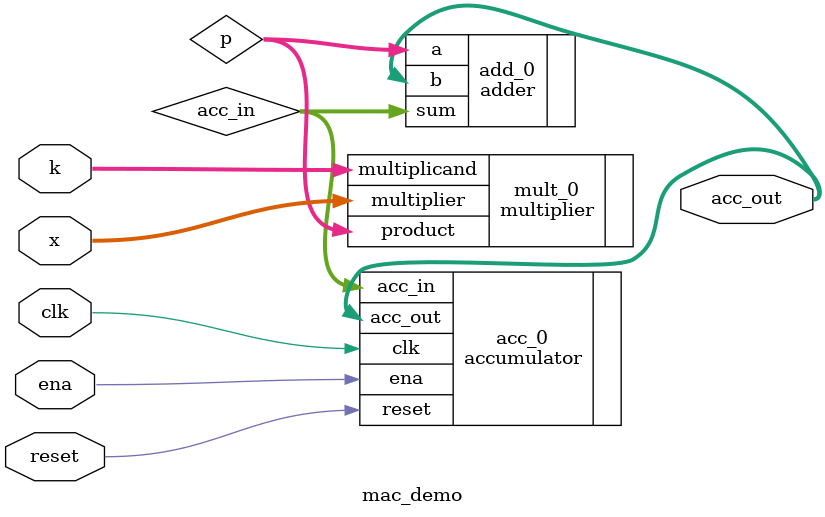
<source format=v>

`define  MAC_WID    16

module mac_demo(input    clk, 
           input    reset, 
           input    ena,
   	   input    signed [`MAC_WID-1 : 0] k,
           input    signed [`MAC_WID-1 : 0] x,   
           output   signed [2 * `MAC_WID - 1 : 0] acc_out
          ) ;

           wire     signed [2 * `MAC_WID - 1 : 0] p ;
           wire     signed [2 * `MAC_WID - 1 : 0] acc_in ;

// Instantiate the multiplier

   multiplier  #(.width(`MAC_WID)) mult_0(.multiplicand(k),
                                          .multiplier(x),
                       			  .product(p)
                			  ) ;

// Instantiate the adder

   adder     #(.width(2*`MAC_WID)) add_0(.a(p),
                			 .b(acc_out),
                			 .sum(acc_in)
               				) ;

// Instantiate the accumulator register

   accumulator  #(.width(2*`MAC_WID))  acc_0(.clk(clk),
                   			     .reset(reset),
                   			     .ena(ena),
                   			     .acc_in(acc_in),
                   			     .acc_out(acc_out)
                   			) ;

endmodule

</source>
